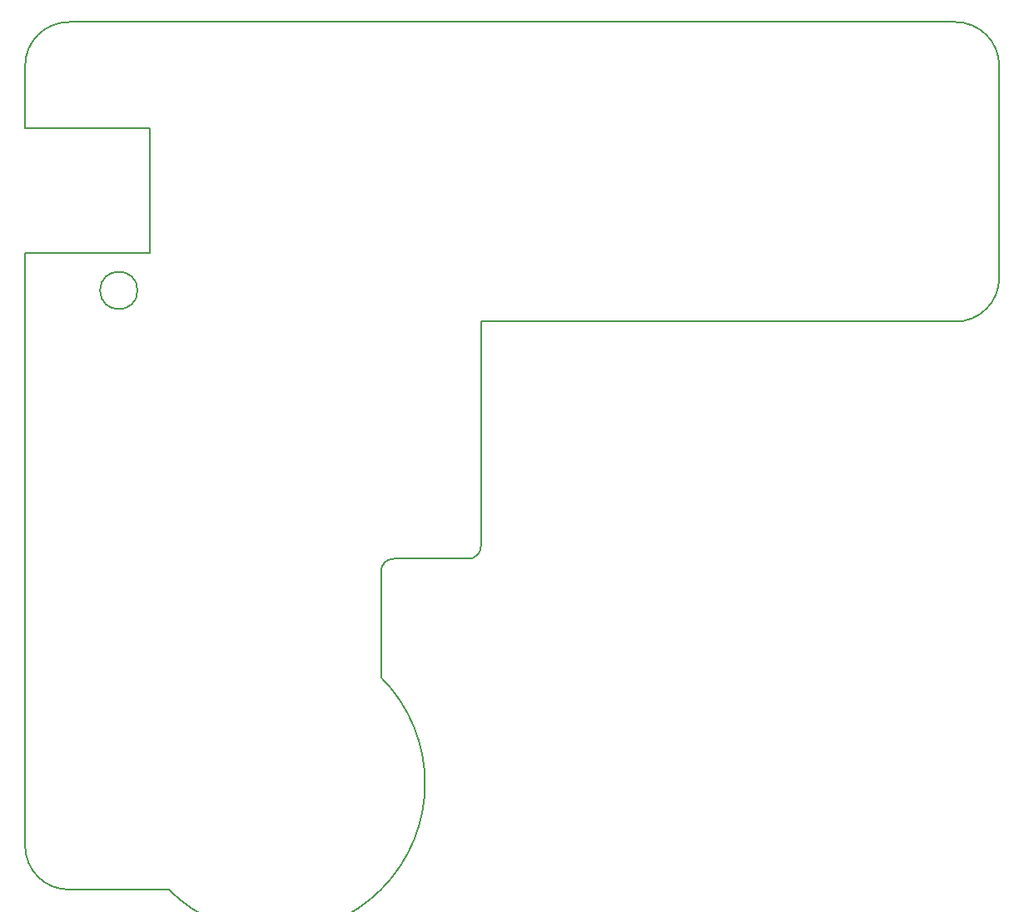
<source format=gm1>
G04 #@! TF.FileFunction,Profile,NP*
%FSLAX46Y46*%
G04 Gerber Fmt 4.6, Leading zero omitted, Abs format (unit mm)*
G04 Created by KiCad (PCBNEW 4.0.7) date 12/19/19 18:47:52*
%MOMM*%
%LPD*%
G01*
G04 APERTURE LIST*
%ADD10C,0.100000*%
%ADD11C,0.150000*%
G04 APERTURE END LIST*
D10*
D11*
X146685000Y-78740000D02*
X151765000Y-78740000D01*
X146685000Y-101600000D02*
X146685000Y-78740000D01*
X141605000Y-102870000D02*
X145415000Y-102870000D01*
X145415000Y-102870000D02*
G75*
G03X146685000Y-101600000I0J1270000D01*
G01*
X136525000Y-104140000D02*
X136525000Y-108585000D01*
X140970000Y-102870000D02*
X137795000Y-102870000D01*
X137795000Y-102870000D02*
G75*
G03X136525000Y-104140000I0J-1270000D01*
G01*
X140970000Y-102870000D02*
X141605000Y-102870000D01*
X111760000Y-75565000D02*
G75*
G03X111760000Y-75565000I-1905000J0D01*
G01*
X199390000Y-66675000D02*
X199390000Y-52705000D01*
X113030000Y-59055000D02*
X113030000Y-62230000D01*
X100330000Y-59055000D02*
X113030000Y-59055000D01*
X104775000Y-48260000D02*
G75*
G03X100330000Y-52705000I0J-4445000D01*
G01*
X100330000Y-59055000D02*
X100330000Y-52705000D01*
X104775000Y-48260000D02*
X194945000Y-48260000D01*
X100330000Y-71755000D02*
X100330000Y-74930000D01*
X113030000Y-71755000D02*
X113030000Y-62230000D01*
X113030000Y-71755000D02*
X100330000Y-71755000D01*
X199390000Y-74295000D02*
X199390000Y-66675000D01*
X194945000Y-78740000D02*
X151765000Y-78740000D01*
X194945000Y-78740000D02*
G75*
G03X199390000Y-74295000I0J4445000D01*
G01*
X136525000Y-108585000D02*
X136525000Y-109220000D01*
X136525000Y-114935000D02*
X136525000Y-109220000D01*
X100330000Y-132080000D02*
X100330000Y-74930000D01*
X136525000Y-136525000D02*
G75*
G03X136525000Y-114935000I-10795000J10795000D01*
G01*
X114935000Y-136525000D02*
X104775000Y-136525000D01*
X100330000Y-132080000D02*
G75*
G03X104775000Y-136525000I4445000J0D01*
G01*
X114935000Y-136525000D02*
G75*
G03X136525000Y-136525000I10795000J10795000D01*
G01*
X199390000Y-52705000D02*
G75*
G03X194945000Y-48260000I-4445000J0D01*
G01*
M02*

</source>
